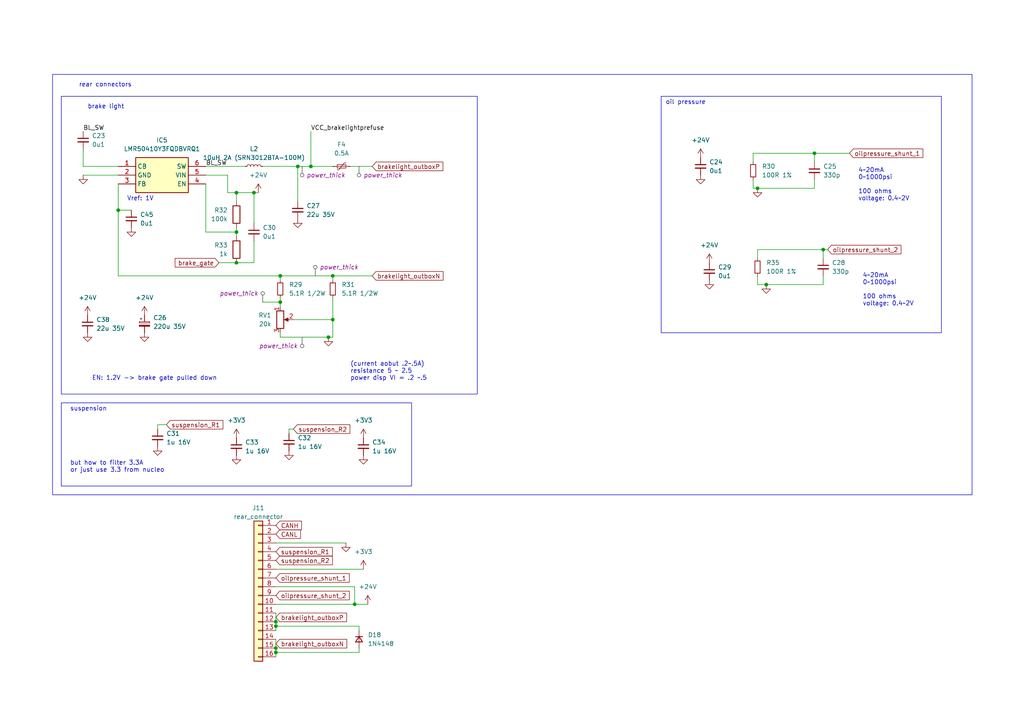
<source format=kicad_sch>
(kicad_sch (version 20231120) (generator "eeschema") (generator_version "8.0")
  (paper "A4")
  (title_block (title "rear box nucleo board 1") (date "2024-07-22") (rev "3.0") (company "NTURacing") (comment 1 "郭哲明") (comment 2 "Electrical group"))
  (lib_symbols
    (symbol "Connector_Generic:Conn_01x16" (pin_names (offset 1.016) hide)
      (property "Reference" "J" (at 0 20.32 0))
      (property "Value" "Conn_01x16" (at 0 -22.86 0))
      (symbol "Conn_01x16_1_1"
        (rectangle (start -1.27 -20.193) (end 0 -20.447) (stroke (width 0.1524)))
        (rectangle (start -1.27 -17.653) (end 0 -17.907) (stroke (width 0.1524)))
        (rectangle (start -1.27 -15.113) (end 0 -15.367) (stroke (width 0.1524)))
        (rectangle (start -1.27 -12.573) (end 0 -12.827) (stroke (width 0.1524)))
        (rectangle (start -1.27 -10.033) (end 0 -10.287) (stroke (width 0.1524)))
        (rectangle (start -1.27 -7.493) (end 0 -7.747) (stroke (width 0.1524)))
        (rectangle (start -1.27 -4.953) (end 0 -5.207) (stroke (width 0.1524)))
        (rectangle (start -1.27 -2.413) (end 0 -2.667) (stroke (width 0.1524)))
        (rectangle (start -1.27 0.127) (end 0 -0.127) (stroke (width 0.1524)))
        (rectangle (start -1.27 2.667) (end 0 2.413) (stroke (width 0.1524)))
        (rectangle (start -1.27 5.207) (end 0 4.953) (stroke (width 0.1524)))
        (rectangle (start -1.27 7.747) (end 0 7.493) (stroke (width 0.1524)))
        (rectangle (start -1.27 10.287) (end 0 10.033) (stroke (width 0.1524)))
        (rectangle (start -1.27 12.827) (end 0 12.573) (stroke (width 0.1524)))
        (rectangle (start -1.27 15.367) (end 0 15.113) (stroke (width 0.1524)))
        (rectangle (start -1.27 17.907) (end 0 17.653) (stroke (width 0.1524)))
        (rectangle (start -1.27 19.05) (end 1.27 -21.59) (stroke (width 0.254)) (fill (type background)))
        (pin passive line (at -5.08 17.78 0) (length 3.81) (name "Pin_1") (number "1"))
        (pin passive line (at -5.08 -5.08 0) (length 3.81) (name "Pin_10") (number "10"))
        (pin passive line (at -5.08 -7.62 0) (length 3.81) (name "Pin_11") (number "11"))
        (pin passive line (at -5.08 -10.16 0) (length 3.81) (name "Pin_12") (number "12"))
        (pin passive line (at -5.08 -12.7 0) (length 3.81) (name "Pin_13") (number "13"))
        (pin passive line (at -5.08 -15.24 0) (length 3.81) (name "Pin_14") (number "14"))
        (pin passive line (at -5.08 -17.78 0) (length 3.81) (name "Pin_15") (number "15"))
        (pin passive line (at -5.08 -20.32 0) (length 3.81) (name "Pin_16") (number "16"))
        (pin passive line (at -5.08 15.24 0) (length 3.81) (name "Pin_2") (number "2"))
        (pin passive line (at -5.08 12.7 0) (length 3.81) (name "Pin_3") (number "3"))
        (pin passive line (at -5.08 10.16 0) (length 3.81) (name "Pin_4") (number "4"))
        (pin passive line (at -5.08 7.62 0) (length 3.81) (name "Pin_5") (number "5"))
        (pin passive line (at -5.08 5.08 0) (length 3.81) (name "Pin_6") (number "6"))
        (pin passive line (at -5.08 2.54 0) (length 3.81) (name "Pin_7") (number "7"))
        (pin passive line (at -5.08 0 0) (length 3.81) (name "Pin_8") (number "8"))
        (pin passive line (at -5.08 -2.54 0) (length 3.81) (name "Pin_9") (number "9"))
      )
    )
    (symbol "Device:C_Polarized_Small" (pin_numbers hide) (pin_names (offset 0.254) hide)
      (property "Reference" "C" (at 0.254 1.778 0))
      (property "Value" "C_Polarized_Small" (at 0.254 -2.032 0))
      (symbol "C_Polarized_Small_0_1"
        (rectangle (start -1.524 -0.3048) (end 1.524 -0.6858) (fill (type outline)))
        (rectangle (start -1.524 0.6858) (end 1.524 0.3048))
        (polyline (pts (xy -1.27 1.524) (xy -0.762 1.524)))
        (polyline (pts (xy -1.016 1.27) (xy -1.016 1.778)))
      )
      (symbol "C_Polarized_Small_1_1"
        (pin passive line (at 0 2.54 270) (length 1.8542) (name "~") (number "1"))
        (pin passive line (at 0 -2.54 90) (length 1.8542) (name "~") (number "2"))
      )
    )
    (symbol "Device:C_Small" (pin_numbers hide) (pin_names (offset 0.254) hide)
      (property "Reference" "C" (at 0.254 1.778 0))
      (property "Value" "C_Small" (at 0.254 -2.032 0))
      (symbol "C_Small_0_1"
        (polyline (pts (xy -1.524 -0.508) (xy 1.524 -0.508)) (stroke (width 0.3302)))
        (polyline (pts (xy -1.524 0.508) (xy 1.524 0.508)) (stroke (width 0.3048)))
      )
      (symbol "C_Small_1_1"
        (pin passive line (at 0 2.54 270) (length 2.032) (name "~") (number "1"))
        (pin passive line (at 0 -2.54 90) (length 2.032) (name "~") (number "2"))
      )
    )
    (symbol "Device:D_Small" (pin_numbers hide) (pin_names (offset 0.254) hide)
      (property "Reference" "D" (at -1.27 2.032 0))
      (property "Value" "D_Small" (at -3.81 -2.032 0))
      (symbol "D_Small_0_1"
        (polyline (pts (xy -0.762 -1.016) (xy -0.762 1.016)) (stroke (width 0.254)))
        (polyline (pts (xy -0.762 0) (xy 0.762 0)))
        (polyline (pts (xy 0.762 -1.016) (xy -0.762 0) (xy 0.762 1.016) (xy 0.762 -1.016)) (stroke (width 0.254)))
      )
      (symbol "D_Small_1_1"
        (pin passive line (at -2.54 0 0) (length 1.778) (name "K") (number "1"))
        (pin passive line (at 2.54 0 180) (length 1.778) (name "A") (number "2"))
      )
    )
    (symbol "Device:L_Small" (pin_numbers hide) (pin_names (offset 0.254) hide)
      (property "Reference" "L" (at 0.762 1.016 0))
      (property "Value" "L_Small" (at 0.762 -1.016 0))
      (symbol "L_Small_0_1"
        (arc (start 0 -2.032) (mid 0.5058 -1.524) (end 0 -1.016))
        (arc (start 0 -1.016) (mid 0.5058 -0.508) (end 0 0))
        (arc (start 0 0) (mid 0.5058 0.508) (end 0 1.016))
        (arc (start 0 1.016) (mid 0.5058 1.524) (end 0 2.032))
      )
      (symbol "L_Small_1_1"
        (pin passive line (at 0 2.54 270) (length 0.508) (name "~") (number "1"))
        (pin passive line (at 0 -2.54 90) (length 0.508) (name "~") (number "2"))
      )
    )
    (symbol "Device:Polyfuse_Small" (pin_numbers hide) (pin_names (offset 0))
      (property "Reference" "F" (at -1.905 0 90))
      (property "Value" "Polyfuse_Small" (at 1.905 0 90))
      (symbol "Polyfuse_Small_0_1"
        (rectangle (start -0.508 1.27) (end 0.508 -1.27))
        (polyline (pts (xy 0 2.54) (xy 0 -2.54)))
        (polyline (pts (xy -1.016 1.27) (xy -1.016 0.762) (xy 1.016 -0.762) (xy 1.016 -1.27)))
      )
      (symbol "Polyfuse_Small_1_1"
        (pin passive line (at 0 2.54 270) (length 0.635) (name "~") (number "1"))
        (pin passive line (at 0 -2.54 90) (length 0.635) (name "~") (number "2"))
      )
    )
    (symbol "Device:R" (pin_numbers hide) (pin_names (offset 0))
      (property "Reference" "R" (at 2.032 0 90))
      (property "Value" "R" (at 0 0 90))
      (symbol "R_0_1"
        (rectangle (start -1.016 -2.54) (end 1.016 2.54) (stroke (width 0.254)))
      )
      (symbol "R_1_1"
        (pin passive line (at 0 3.81 270) (length 1.27) (name "~") (number "1"))
        (pin passive line (at 0 -3.81 90) (length 1.27) (name "~") (number "2"))
      )
    )
    (symbol "Device:R_Potentiometer" (pin_names (offset 1.016) hide)
      (property "Reference" "RV" (at -4.445 0 90))
      (property "Value" "R_Potentiometer" (at -2.54 0 90))
      (symbol "R_Potentiometer_0_1"
        (polyline (pts (xy 2.54 0) (xy 1.524 0)))
        (polyline (pts (xy 1.143 0) (xy 2.286 0.508) (xy 2.286 -0.508) (xy 1.143 0)) (fill (type outline)))
        (rectangle (start 1.016 2.54) (end -1.016 -2.54) (stroke (width 0.254)))
      )
      (symbol "R_Potentiometer_1_1"
        (pin passive line (at 0 3.81 270) (length 1.27) (name "1") (number "1"))
        (pin passive line (at 3.81 0 180) (length 1.27) (name "2") (number "2"))
        (pin passive line (at 0 -3.81 90) (length 1.27) (name "3") (number "3"))
      )
    )
    (symbol "Device:R_Small" (pin_numbers hide) (pin_names (offset 0.254) hide)
      (property "Reference" "R" (at 0.762 0.508 0))
      (property "Value" "R_Small" (at 0.762 -1.016 0))
      (symbol "R_Small_0_1"
        (rectangle (start -0.762 1.778) (end 0.762 -1.778) (stroke (width 0.2032)))
      )
      (symbol "R_Small_1_1"
        (pin passive line (at 0 2.54 270) (length 0.762) (name "~") (number "1"))
        (pin passive line (at 0 -2.54 90) (length 0.762) (name "~") (number "2"))
      )
    )
    (symbol "SamacSys_Parts:LMR50410Y3FQDBVRQ1"
      (property "Reference" "IC" (at 21.59 7.62 0))
      (property "Value" "LMR50410Y3FQDBVRQ1" (at 21.59 5.08 0))
      (symbol "LMR50410Y3FQDBVRQ1_1_1"
        (rectangle (start 5.08 2.54) (end 20.32 -7.62) (stroke (width 0.254)) (fill (type background)))
        (pin passive line (at 0 0 0) (length 5.08) (name "CB") (number "1"))
        (pin passive line (at 0 -2.54 0) (length 5.08) (name "GND") (number "2"))
        (pin passive line (at 0 -5.08 0) (length 5.08) (name "FB") (number "3"))
        (pin passive line (at 25.4 -5.08 180) (length 5.08) (name "EN") (number "4"))
        (pin passive line (at 25.4 -2.54 180) (length 5.08) (name "VIN") (number "5"))
        (pin passive line (at 25.4 0 180) (length 5.08) (name "SW") (number "6"))
      )
    )
    (symbol "power:+24V" (power) (pin_names (offset 0))
      (property "Value" "+24V" (at 0 3.556 0))
      (symbol "+24V_0_1"
        (polyline (pts (xy -0.762 1.27) (xy 0 2.54)))
        (polyline (pts (xy 0 0) (xy 0 2.54)))
        (polyline (pts (xy 0 2.54) (xy 0.762 1.27)))
      )
      (symbol "+24V_1_1"
        (pin power_in line (at 0 0 90) (length 0) hide (name "+24V") (number "1"))
      )
    )
    (symbol "power:+3V3" (power) (pin_names (offset 0))
      (property "Value" "+3V3" (at 0 3.556 0))
      (symbol "+3V3_0_1"
        (polyline (pts (xy -0.762 1.27) (xy 0 2.54)))
        (polyline (pts (xy 0 0) (xy 0 2.54)))
        (polyline (pts (xy 0 2.54) (xy 0.762 1.27)))
      )
      (symbol "+3V3_1_1"
        (pin power_in line (at 0 0 90) (length 0) hide (name "+3V3") (number "1"))
      )
    )
    (symbol "power:GND" (power) (pin_names (offset 0))
      (property "Value" "GND" (at 0 -3.81 0))
      (symbol "GND_0_1"
        (polyline (pts (xy 0 0) (xy 0 -1.27) (xy 1.27 -1.27) (xy 0 -2.54) (xy -1.27 -1.27) (xy 0 -1.27)))
      )
      (symbol "GND_1_1"
        (pin power_in line (at 0 0 270) (length 0) hide (name "GND") (number "1"))
      )
    )
  )
  (junction (at 219.71 54.61))
  (junction (at 73.66 55.88))
  (junction (at 68.58 76.2))
  (junction (at 90.17 48.26))
  (junction (at 68.58 67.31))
  (junction (at 34.29 60.96))
  (junction (at 80.01 189.23))
  (junction (at 222.25 82.55))
  (junction (at 102.87 175.26))
  (junction (at 86.36 48.26))
  (junction (at 81.28 87.63))
  (junction (at 80.01 180.34))
  (junction (at 236.22 44.45))
  (junction (at 80.01 181.61))
  (junction (at 96.52 92.71))
  (junction (at 238.76 72.39))
  (junction (at 68.58 55.88))
  (junction (at 80.01 187.96))
  (junction (at 96.52 80.01))
  (junction (at 95.25 97.79))
  (junction (at 81.28 80.01))
  (wire (pts (xy 68.58 66.04) (xy 68.58 67.31)))
  (wire (pts (xy 80.01 189.23) (xy 80.01 187.96)))
  (wire (pts (xy 59.69 67.31) (xy 68.58 67.31)))
  (wire (pts (xy 83.82 125.73) (xy 83.82 124.46)))
  (wire (pts (xy 81.28 97.79) (xy 95.25 97.79)))
  (wire (pts (xy 68.58 55.88) (xy 66.04 55.88)))
  (wire (pts (xy 236.22 44.45) (xy 246.38 44.45)))
  (wire (pts (xy 76.2 48.26) (xy 86.36 48.26)))
  (wire (pts (xy 238.76 80.01) (xy 238.76 82.55)))
  (wire (pts (xy 34.29 60.96) (xy 34.29 80.01)))
  (wire (pts (xy 218.44 52.07) (xy 218.44 54.61)))
  (wire (pts (xy 80.01 180.34) (xy 80.01 181.61)))
  (wire (pts (xy 219.71 72.39) (xy 219.71 74.93)))
  (wire (pts (xy 236.22 52.07) (xy 236.22 54.61)))
  (wire (pts (xy 80.01 181.61) (xy 80.01 182.88)))
  (wire (pts (xy 104.14 181.61) (xy 104.14 182.88)))
  (wire (pts (xy 76.2 87.63) (xy 81.28 87.63)))
  (wire (pts (xy 83.82 124.46) (xy 85.09 124.46)))
  (wire (pts (xy 80.01 165.1) (xy 105.41 165.1)))
  (wire (pts (xy 90.17 38.1) (xy 90.17 48.26)))
  (wire (pts (xy 80.01 189.23) (xy 80.01 190.5)))
  (wire (pts (xy 107.95 80.01) (xy 96.52 80.01)))
  (wire (pts (xy 81.28 80.01) (xy 96.52 80.01)))
  (wire (pts (xy 68.58 58.42) (xy 68.58 55.88)))
  (wire (pts (xy 34.29 53.34) (xy 34.29 60.96)))
  (wire (pts (xy 73.66 55.88) (xy 73.66 64.77)))
  (wire (pts (xy 68.58 55.88) (xy 73.66 55.88)))
  (wire (pts (xy 106.68 175.26) (xy 102.87 175.26)))
  (wire (pts (xy 219.71 72.39) (xy 238.76 72.39)))
  (wire (pts (xy 96.52 97.79) (xy 95.25 97.79)))
  (wire (pts (xy 96.52 86.36) (xy 96.52 92.71)))
  (wire (pts (xy 34.29 48.26) (xy 24.13 48.26)))
  (wire (pts (xy 80.01 181.61) (xy 104.14 181.61)))
  (wire (pts (xy 238.76 72.39) (xy 238.76 74.93)))
  (wire (pts (xy 81.28 81.28) (xy 81.28 80.01)))
  (wire (pts (xy 238.76 72.39) (xy 240.03 72.39)))
  (wire (pts (xy 104.14 189.23) (xy 104.14 187.96)))
  (wire (pts (xy 81.28 80.01) (xy 34.29 80.01)))
  (wire (pts (xy 102.87 175.26) (xy 102.87 170.18)))
  (wire (pts (xy 219.71 54.61) (xy 236.22 54.61)))
  (wire (pts (xy 219.71 80.01) (xy 219.71 82.55)))
  (wire (pts (xy 81.28 87.63) (xy 81.28 88.9)))
  (wire (pts (xy 24.13 50.8) (xy 34.29 50.8)))
  (wire (pts (xy 101.6 48.26) (xy 107.95 48.26)))
  (wire (pts (xy 81.28 97.79) (xy 81.28 96.52)))
  (wire (pts (xy 100.33 157.48) (xy 80.01 157.48)))
  (wire (pts (xy 73.66 76.2) (xy 68.58 76.2)))
  (wire (pts (xy 80.01 189.23) (xy 104.14 189.23)))
  (wire (pts (xy 24.13 48.26) (xy 24.13 43.18)))
  (wire (pts (xy 80.01 175.26) (xy 102.87 175.26)))
  (wire (pts (xy 45.72 123.19) (xy 45.72 124.46)))
  (wire (pts (xy 96.52 92.71) (xy 96.52 97.79)))
  (wire (pts (xy 45.72 123.19) (xy 48.26 123.19)))
  (wire (pts (xy 71.12 48.26) (xy 59.69 48.26)))
  (wire (pts (xy 73.66 55.88) (xy 74.93 55.88)))
  (wire (pts (xy 86.36 58.42) (xy 86.36 48.26)))
  (wire (pts (xy 218.44 54.61) (xy 219.71 54.61)))
  (wire (pts (xy 73.66 69.85) (xy 73.66 76.2)))
  (wire (pts (xy 80.01 185.42) (xy 80.01 187.96)))
  (wire (pts (xy 85.09 92.71) (xy 96.52 92.71)))
  (wire (pts (xy 80.01 170.18) (xy 102.87 170.18)))
  (wire (pts (xy 59.69 53.34) (xy 59.69 67.31)))
  (wire (pts (xy 66.04 55.88) (xy 66.04 50.8)))
  (wire (pts (xy 68.58 68.58) (xy 68.58 67.31)))
  (wire (pts (xy 96.52 48.26) (xy 90.17 48.26)))
  (wire (pts (xy 63.5 76.2) (xy 68.58 76.2)))
  (wire (pts (xy 86.36 48.26) (xy 90.17 48.26)))
  (wire (pts (xy 80.01 177.8) (xy 80.01 180.34)))
  (wire (pts (xy 81.28 87.63) (xy 81.28 86.36)))
  (wire (pts (xy 66.04 50.8) (xy 59.69 50.8)))
  (wire (pts (xy 222.25 82.55) (xy 238.76 82.55)))
  (wire (pts (xy 236.22 44.45) (xy 236.22 46.99)))
  (wire (pts (xy 218.44 44.45) (xy 236.22 44.45)))
  (wire (pts (xy 219.71 82.55) (xy 222.25 82.55)))
  (wire (pts (xy 96.52 81.28) (xy 96.52 80.01)))
  (wire (pts (xy 218.44 44.45) (xy 218.44 46.99)))
  (wire (pts (xy 34.29 60.96) (xy 38.1 60.96)))
  (rectangle (start 17.78 116.84) (end 119.38 140.97))
  (rectangle (start 17.78 27.94) (end 138.43 114.3))
  (rectangle (start 191.77 27.94) (end 273.05 96.52))
  (rectangle (start 15.24 21.59) (end 281.94 143.51))
  (text "Vref: 1V" (at 36.83 58.42 0) (effects (font (size 1.27 1.27)) (justify left bottom)))
  (text "4~20mA\n0~1000psi\n\n100 ohms\nvoltage: 0.4~2V" (at 250.19 88.9 0) (effects (font (size 1.27 1.27)) (justify left bottom)))
  (text "oil pressure" (at 193.04 30.48 0) (effects (font (size 1.27 1.27)) (justify left bottom)))
  (text "but how to filter 3.3A\nor just use 3.3 from nucleo" (at 20.32 137.16 0) (effects (font (size 1.27 1.27)) (justify left bottom)))
  (text "(current aobut .2~.5A)\nresistance 5 ~ 2.5\npower disp VI = .2 ~.5" (at 101.6 110.49 0) (effects (font (size 1.27 1.27)) (justify left bottom)))
  (text "brake light\n" (at 25.4 31.75 0) (effects (font (size 1.27 1.27)) (justify left bottom)))
  (text "EN: 1.2V -> brake gate pulled down" (at 26.67 110.49 0) (effects (font (size 1.27 1.27)) (justify left bottom)))
  (text "rear connectors" (at 22.86 25.4 0) (effects (font (size 1.27 1.27)) (justify left bottom)))
  (text "suspension" (at 20.32 119.38 0) (effects (font (size 1.27 1.27)) (justify left bottom)))
  (text "4~20mA\n0~1000psi\n\n100 ohms\nvoltage: 0.4~2V" (at 248.92 58.42 0) (effects (font (size 1.27 1.27)) (justify left bottom)))
  (label "BL_SW" (at 24.13 38.1 0))
  (label "BL_SW" (at 59.69 48.26 0))
  (label "VCC_brakelightprefuse" (at 90.17 38.1 0))
  (global_label "brakelight_outboxP" (shape input) (at 107.95 48.26 0) (property "Intersheetrefs" "${INTERSHEET_REFS}" (effects (hide yes))))
  (global_label "brakelight_outboxN" (shape input) (at 80.01 186.69 0) (property "Intersheetrefs" "${INTERSHEET_REFS}" (effects (hide yes))))
  (global_label "suspension_R2" (shape input) (at 85.09 124.46 0) (property "Intersheetrefs" "${INTERSHEET_REFS}" (effects (hide yes))))
  (global_label "suspension_R1" (shape input) (at 48.26 123.19 0) (property "Intersheetrefs" "${INTERSHEET_REFS}" (effects (hide yes))))
  (global_label "brakelight_outboxN" (shape input) (at 107.95 80.01 0) (property "Intersheetrefs" "${INTERSHEET_REFS}" (effects (hide yes))))
  (global_label "oilpressure_shunt_1" (shape input) (at 80.01 167.64 0) (property "Intersheetrefs" "${INTERSHEET_REFS}" (effects (hide yes))))
  (global_label "suspension_R1" (shape input) (at 80.01 160.02 0) (property "Intersheetrefs" "${INTERSHEET_REFS}" (effects (hide yes))))
  (global_label "brakelight_outboxP" (shape input) (at 80.01 179.07 0) (property "Intersheetrefs" "${INTERSHEET_REFS}" (effects (hide yes))))
  (global_label "suspension_R2" (shape input) (at 80.01 162.56 0) (property "Intersheetrefs" "${INTERSHEET_REFS}" (effects (hide yes))))
  (global_label "oilpressure_shunt_2" (shape input) (at 80.01 172.72 0) (property "Intersheetrefs" "${INTERSHEET_REFS}" (effects (hide yes))))
  (global_label "CANL" (shape input) (at 80.01 154.94 0) (property "Intersheetrefs" "${INTERSHEET_REFS}" (effects (hide yes))))
  (global_label "CANH" (shape input) (at 80.01 152.4 0) (property "Intersheetrefs" "${INTERSHEET_REFS}" (effects (hide yes))))
  (global_label "oilpressure_shunt_1" (shape input) (at 246.38 44.45 0) (property "Intersheetrefs" "${INTERSHEET_REFS}" (effects (hide yes))))
  (global_label "oilpressure_shunt_2" (shape input) (at 240.03 72.39 0) (property "Intersheetrefs" "${INTERSHEET_REFS}" (effects (hide yes))))
  (global_label "brake_gate" (shape input) (at 63.5 76.2 180) (property "Intersheetrefs" "${INTERSHEET_REFS}" (effects (hide yes))))
  (netclass_flag "" (length 2.54) (shape round) (at 104.14 48.26 180) (property "Netclass" "power_thick" (at 105.41 50.8 0) (effects (font (italic yes)) (justify left))))
  (netclass_flag "" (length 2.54) (shape round) (at 87.63 48.26 180) (property "Netclass" "power_thick" (at 88.9 50.8 0) (effects (font (italic yes)) (justify left))))
  (netclass_flag "" (length 2.54) (shape round) (at 76.2 87.63 0) (property "Netclass" "power_thick" (at 74.93 85.09 0) (effects (font (italic yes)) (justify right))))
  (netclass_flag "" (length 2.54) (shape round) (at 87.63 97.79 180) (property "Netclass" "power_thick" (at 86.36 100.33 0) (effects (font (italic yes)) (justify right))))
  (netclass_flag "" (length 2.54) (shape round) (at 91.44 80.01 0) (property "Netclass" "power_thick" (at 92.71 77.47 0) (effects (font (italic yes)) (justify left))))
  (symbol (lib_id "power:GND") (at 86.36 63.5 0) (unit 1)
    (property "Reference" "#PWR0111" (effects (hide yes)))
    (property "Value" "GND" (effects (hide yes)))
  )
  (symbol (lib_id "Device:C_Small") (at 238.76 77.47 0) (unit 1)
    (property "Reference" "C28" (at 241.3 76.2063 0) (effects (justify left)))
    (property "Value" "330p" (at 241.3 78.7463 0) (effects (justify left)))
    (property "Footprint" "Capacitor_SMD:C_0603_1608Metric" (effects (hide yes)))
  )
  (symbol (lib_id "Device:C_Small") (at 38.1 63.5 0) (unit 1)
    (property "Reference" "C45" (at 40.64 62.2363 0) (effects (justify left)))
    (property "Value" "0u1" (at 40.64 64.7763 0) (effects (justify left)))
    (property "Footprint" "Capacitor_SMD:C_0603_1608Metric" (effects (hide yes)))
  )
  (symbol (lib_id "power:GND") (at 105.41 132.08 0) (unit 1)
    (property "Reference" "#PWR0125" (effects (hide yes)))
    (property "Value" "GND" (effects (hide yes)))
  )
  (symbol (lib_id "power:GND") (at 68.58 132.08 0) (unit 1)
    (property "Reference" "#PWR0124" (effects (hide yes)))
    (property "Value" "GND" (effects (hide yes)))
  )
  (symbol (lib_id "Device:C_Small") (at 25.4 93.98 0) (unit 1)
    (property "Reference" "C38" (at 27.94 92.7163 0) (effects (justify left)))
    (property "Value" "22u 35V" (at 27.94 95.2563 0) (effects (justify left)))
    (property "Footprint" "Capacitor_SMD:C_1206_3216Metric" (effects (hide yes)))
  )
  (symbol (lib_id "power:GND") (at 203.2 50.8 0) (unit 1)
    (property "Reference" "#PWR0107" (effects (hide yes)))
    (property "Value" "GND" (effects (hide yes)))
  )
  (symbol (lib_id "Device:C_Small") (at 45.72 127 0) (unit 1)
    (property "Reference" "C31" (at 48.26 125.7363 0) (effects (justify left)))
    (property "Value" "1u 16V" (at 48.26 128.2763 0) (effects (justify left)))
    (property "Footprint" "Capacitor_SMD:C_0603_1608Metric" (effects (hide yes)))
  )
  (symbol (lib_id "power:+3V3") (at 105.41 165.1 0) (unit 1)
    (property "Reference" "#PWR0127" (effects (hide yes)))
    (property "Value" "+3V3" (at 105.41 160.02 0))
  )
  (symbol (lib_id "Device:C_Small") (at 236.22 49.53 0) (unit 1)
    (property "Reference" "C25" (at 238.76 48.2663 0) (effects (justify left)))
    (property "Value" "330p" (at 238.76 50.8063 0) (effects (justify left)))
    (property "Footprint" "Capacitor_SMD:C_0603_1608Metric" (effects (hide yes)))
  )
  (symbol (lib_id "power:+24V") (at 203.2 45.72 0) (unit 1)
    (property "Reference" "#PWR0105" (effects (hide yes)))
    (property "Value" "+24V" (at 203.2 40.64 0))
  )
  (symbol (lib_id "Device:C_Polarized_Small") (at 41.91 93.98 0) (unit 1)
    (property "Reference" "C26" (at 44.45 92.1639 0) (effects (justify left)))
    (property "Value" "220u 35V" (at 44.45 94.7039 0) (effects (justify left)))
    (property "Footprint" "Capacitor_THT:CP_Radial_D8.0mm_P3.80mm" (effects (hide yes)))
  )
  (symbol (lib_id "SamacSys_Parts:LMR50410Y3FQDBVRQ1") (at 34.29 48.26 0) (unit 1)
    (property "Reference" "IC5" (at 46.99 40.64 0))
    (property "Value" "LMR50410Y3FQDBVRQ1" (at 46.99 43.18 0))
    (property "Footprint" "SamacSys_Parts:SOT95P280X145-6N" (effects (hide yes)))
    (property "Datasheet" "https://www.ti.com/lit/ds/symlink/lmr50410-q1.pdf?ts=1611309677669" (effects (hide yes)))
    (property "Height" "1.45" (effects (hide yes)))
    (property "Mouser Part Number" "595-R50410Y3FQDBVRQ1" (effects (hide yes)))
    (property "Mouser Price/Stock" "https://www.mouser.co.uk/ProductDetail/Texas-Instruments/LMR50410Y3FQDBVRQ1?qs=81r%252BiQLm7BTaIXwCgdOuiA%3D%3D" (effects (hide yes)))
    (property "Manufacturer_Name" "Texas Instruments" (effects (hide yes)))
    (property "Manufacturer_Part_Number" "LMR50410Y3FQDBVRQ1" (effects (hide yes)))
  )
  (symbol (lib_id "Device:R_Small") (at 219.71 77.47 0) (unit 1)
    (property "Reference" "R35" (at 222.25 76.2 0) (effects (justify left)))
    (property "Value" "100R 1%" (at 222.25 78.74 0) (effects (justify left)))
    (property "Footprint" "Resistor_SMD:R_0805_2012Metric" (effects (hide yes)))
  )
  (symbol (lib_id "power:+24V") (at 41.91 91.44 0) (unit 1)
    (property "Reference" "#PWR0112" (effects (hide yes)))
    (property "Value" "+24V" (at 41.91 86.36 0))
  )
  (symbol (lib_id "Device:R") (at 68.58 72.39 0) (mirror y) (unit 1)
    (property "Reference" "R33" (at 66.04 71.12 0) (effects (justify left)))
    (property "Value" "1k" (at 66.04 73.66 0) (effects (justify left)))
    (property "Footprint" "Resistor_SMD:R_0603_1608Metric" (effects (hide yes)))
    (instances (project "rearbox_nucleo_1" (path "" (reference "R33") (unit 1))) (project "BMS_MASTER_STM32F105RC" (path "" (reference "R17") (unit 1))))
  )
  (symbol (lib_id "power:+3V3") (at 105.41 127 0) (unit 1)
    (property "Reference" "#PWR0121" (effects (hide yes)))
    (property "Value" "+3V3" (at 105.41 121.92 0))
  )
  (symbol (lib_id "Device:R_Small") (at 96.52 83.82 180) (unit 1)
    (property "Reference" "R31" (at 99.06 82.55 0) (effects (justify right)))
    (property "Value" "5.1R 1/2W" (at 99.06 85.09 0) (effects (justify right)))
    (property "Footprint" "Resistor_THT:R_Axial_DIN0309_L9.0mm_D3.2mm_P2.54mm_Vertical" (effects (hide yes)))
  )
  (symbol (lib_id "power:GND") (at 100.33 157.48 0) (unit 1)
    (property "Reference" "#PWR0126" (effects (hide yes)))
    (property "Value" "GND" (effects (hide yes)))
  )
  (symbol (lib_id "power:GND") (at 24.13 50.8 0) (unit 1)
    (property "Reference" "#PWR0106" (effects (hide yes)))
    (property "Value" "GND" (effects (hide yes)))
  )
  (symbol (lib_id "Device:R") (at 68.58 62.23 0) (mirror y) (unit 1)
    (property "Reference" "R32" (at 66.04 60.96 0) (effects (justify left)))
    (property "Value" "100k" (at 66.04 63.5 0) (effects (justify left)))
    (property "Footprint" "Resistor_SMD:R_0603_1608Metric" (effects (hide yes)))
    (instances (project "rearbox_nucleo_1" (path "" (reference "R32") (unit 1))) (project "BMS_MASTER_STM32F105RC" (path "" (reference "R17") (unit 1))))
  )
  (symbol (lib_id "Device:L_Small") (at 73.66 48.26 90) (unit 1)
    (property "Reference" "L2" (at 73.66 43.18 90))
    (property "Value" "10uH 2A (SRN3012BTA-100M)" (at 73.66 45.72 90))
    (property "Footprint" "SamacSys_Parts:SRN3012BTA100M" (effects (hide yes)))
  )
  (symbol (lib_id "power:GND") (at 41.91 96.52 0) (unit 1)
    (property "Reference" "#PWR0110" (effects (hide yes)))
    (property "Value" "GND" (effects (hide yes)))
  )
  (symbol (lib_id "Device:R_Potentiometer") (at 81.28 92.71 0) (unit 1)
    (property "Reference" "RV1" (at 78.74 91.44 0) (effects (justify right)))
    (property "Value" "20k" (at 78.74 93.98 0) (effects (justify right)))
    (property "Footprint" "Potentiometer_THT:Potentiometer_Vishay_T73YP_Vertical" (effects (hide yes)))
  )
  (symbol (lib_id "power:GND") (at 205.74 81.28 0) (unit 1)
    (property "Reference" "#PWR0115" (effects (hide yes)))
    (property "Value" "GND" (effects (hide yes)))
  )
  (symbol (lib_id "Device:C_Small") (at 68.58 129.54 0) (unit 1)
    (property "Reference" "C33" (at 71.12 128.2763 0) (effects (justify left)))
    (property "Value" "1u 16V" (at 71.12 130.8163 0) (effects (justify left)))
    (property "Footprint" "Capacitor_SMD:C_0603_1608Metric" (effects (hide yes)))
  )
  (symbol (lib_id "power:+24V") (at 74.93 55.88 0) (unit 1)
    (property "Reference" "#PWR0109" (effects (hide yes)))
    (property "Value" "+24V" (at 74.93 50.8 0))
  )
  (symbol (lib_id "Device:C_Small") (at 203.2 48.26 0) (unit 1)
    (property "Reference" "C24" (at 205.74 46.9963 0) (effects (justify left)))
    (property "Value" "0u1" (at 205.74 49.5363 0) (effects (justify left)))
    (property "Footprint" "Capacitor_SMD:C_0603_1608Metric" (effects (hide yes)))
  )
  (symbol (lib_id "Device:R_Small") (at 81.28 83.82 180) (unit 1)
    (property "Reference" "R29" (at 83.82 82.55 0) (effects (justify right)))
    (property "Value" "5.1R 1/2W" (at 83.82 85.09 0) (effects (justify right)))
    (property "Footprint" "Resistor_THT:R_Axial_DIN0309_L9.0mm_D3.2mm_P2.54mm_Vertical" (effects (hide yes)))
  )
  (symbol (lib_id "power:GND") (at 95.25 97.79 0) (unit 1)
    (property "Reference" "#PWR0113" (effects (hide yes)))
    (property "Value" "GND" (effects (hide yes)))
  )
  (symbol (lib_id "power:+24V") (at 25.4 91.44 0) (unit 1)
    (property "Reference" "#PWR04" (effects (hide yes)))
    (property "Value" "+24V" (at 25.4 86.36 0))
  )
  (symbol (lib_id "Device:C_Small") (at 86.36 60.96 0) (unit 1)
    (property "Reference" "C27" (at 88.9 59.6963 0) (effects (justify left)))
    (property "Value" "22u 35V" (at 88.9 62.2363 0) (effects (justify left)))
    (property "Footprint" "Capacitor_SMD:C_1206_3216Metric" (effects (hide yes)))
  )
  (symbol (lib_id "power:+3V3") (at 68.58 127 0) (unit 1)
    (property "Reference" "#PWR0120" (effects (hide yes)))
    (property "Value" "+3V3" (at 68.58 121.92 0))
  )
  (symbol (lib_id "Device:C_Small") (at 83.82 128.27 0) (unit 1)
    (property "Reference" "C32" (at 86.36 127.0063 0) (effects (justify left)))
    (property "Value" "1u 16V" (at 86.36 129.5463 0) (effects (justify left)))
    (property "Footprint" "Capacitor_SMD:C_0603_1608Metric" (effects (hide yes)))
  )
  (symbol (lib_id "power:GND") (at 38.1 66.04 0) (unit 1)
    (property "Reference" "#PWR0169" (effects (hide yes)))
    (property "Value" "GND" (effects (hide yes)))
  )
  (symbol (lib_id "Device:R_Small") (at 218.44 49.53 0) (unit 1)
    (property "Reference" "R30" (at 220.98 48.26 0) (effects (justify left)))
    (property "Value" "100R 1%" (at 220.98 50.8 0) (effects (justify left)))
    (property "Footprint" "Resistor_SMD:R_0805_2012Metric" (effects (hide yes)))
  )
  (symbol (lib_id "power:+24V") (at 106.68 175.26 0) (unit 1)
    (property "Reference" "#PWR0128" (effects (hide yes)))
    (property "Value" "+24V" (at 106.68 170.18 0))
  )
  (symbol (lib_id "power:+24V") (at 205.74 76.2 0) (unit 1)
    (property "Reference" "#PWR0114" (effects (hide yes)))
    (property "Value" "+24V" (at 205.74 71.12 0))
  )
  (symbol (lib_id "Device:D_Small") (at 104.14 185.42 270) (unit 1)
    (property "Reference" "D18" (at 106.68 184.15 90) (effects (justify left)))
    (property "Value" "1N4148" (at 106.68 186.69 90) (effects (justify left)))
    (property "Footprint" "Diode_SMD:D_MiniMELF" (effects (hide yes)))
    (property "Sim.Device" "D" (effects (hide yes)))
    (property "Sim.Pins" "1=K 2=A" (effects (hide yes)))
  )
  (symbol (lib_id "power:GND") (at 25.4 96.52 0) (unit 1)
    (property "Reference" "#PWR05" (effects (hide yes)))
    (property "Value" "GND" (effects (hide yes)))
  )
  (symbol (lib_id "Connector_Generic:Conn_01x16") (at 74.93 170.18 0) (mirror y) (unit 1)
    (property "Reference" "J11" (at 74.93 147.32 0))
    (property "Value" "rear_connector" (at 74.93 149.86 0))
    (property "Footprint" "Connector_IDC:IDC-Header_2x08_P2.54mm_Vertical" (effects (hide yes)))
  )
  (symbol (lib_id "power:GND") (at 222.25 82.55 0) (unit 1)
    (property "Reference" "#PWR0116" (effects (hide yes)))
    (property "Value" "GND" (effects (hide yes)))
  )
  (symbol (lib_id "power:GND") (at 219.71 54.61 0) (unit 1)
    (property "Reference" "#PWR0108" (effects (hide yes)))
    (property "Value" "GND" (effects (hide yes)))
  )
  (symbol (lib_id "power:GND") (at 83.82 130.81 0) (unit 1)
    (property "Reference" "#PWR0123" (effects (hide yes)))
    (property "Value" "GND" (effects (hide yes)))
  )
  (symbol (lib_id "Device:C_Small") (at 105.41 129.54 0) (unit 1)
    (property "Reference" "C34" (at 107.95 128.2763 0) (effects (justify left)))
    (property "Value" "1u 16V" (at 107.95 130.8163 0) (effects (justify left)))
    (property "Footprint" "Capacitor_SMD:C_0603_1608Metric" (effects (hide yes)))
  )
  (symbol (lib_id "power:GND") (at 45.72 129.54 0) (unit 1)
    (property "Reference" "#PWR0122" (effects (hide yes)))
    (property "Value" "GND" (effects (hide yes)))
  )
  (symbol (lib_id "Device:C_Small") (at 205.74 78.74 0) (unit 1)
    (property "Reference" "C29" (at 208.28 77.4763 0) (effects (justify left)))
    (property "Value" "0u1" (at 208.28 80.0163 0) (effects (justify left)))
    (property "Footprint" "Capacitor_SMD:C_0603_1608Metric" (effects (hide yes)))
  )
  (symbol (lib_id "Device:C_Small") (at 73.66 67.31 0) (unit 1)
    (property "Reference" "C30" (at 76.2 66.0463 0) (effects (justify left)))
    (property "Value" "0u1" (at 76.2 68.5863 0) (effects (justify left)))
    (property "Footprint" "Capacitor_SMD:C_0603_1608Metric" (effects (hide yes)))
  )
  (symbol (lib_id "Device:C_Small") (at 24.13 40.64 0) (unit 1)
    (property "Reference" "C23" (at 26.67 39.3763 0) (effects (justify left)))
    (property "Value" "0u1" (at 26.67 41.9163 0) (effects (justify left)))
    (property "Footprint" "Capacitor_SMD:C_0603_1608Metric" (effects (hide yes)))
  )
  (symbol (lib_id "Device:Polyfuse_Small") (at 99.06 48.26 270) (unit 1)
    (property "Reference" "F4" (at 99.06 41.91 90))
    (property "Value" "0.5A" (at 99.06 44.45 90))
    (property "Footprint" "Fuse:Fuse_1206_3216Metric" (effects (hide yes)))
  )
)
</source>
